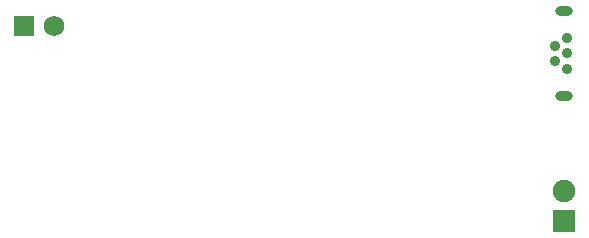
<source format=gbs>
G04*
G04 #@! TF.GenerationSoftware,Altium Limited,Altium Designer,20.0.2 (26)*
G04*
G04 Layer_Color=16711935*
%FSLAX25Y25*%
%MOIN*%
G70*
G01*
G75*
%ADD22R,0.07493X0.07493*%
%ADD23C,0.07493*%
%ADD24C,0.06902*%
%ADD25R,0.06902X0.06902*%
%ADD26C,0.03601*%
%ADD27O,0.05806X0.03447*%
D22*
X420000Y342500D02*
D03*
D23*
Y352500D02*
D03*
D24*
X250000Y407500D02*
D03*
D25*
X240000D02*
D03*
D26*
X420866Y393307D02*
D03*
Y398425D02*
D03*
Y403543D02*
D03*
X416929Y400984D02*
D03*
Y395866D02*
D03*
D27*
X420000Y384350D02*
D03*
Y412500D02*
D03*
M02*

</source>
